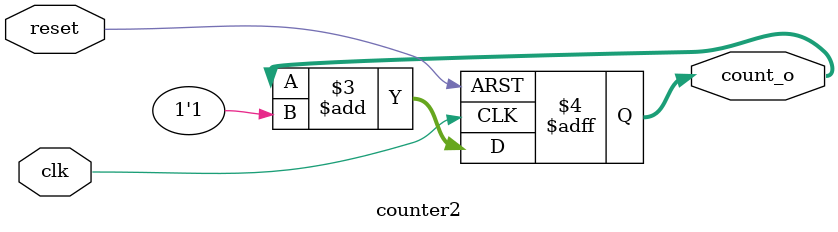
<source format=v>
`timescale 1ns / 1ps

module counter2(clk, reset, count_o);
    input clk, reset;
    output [1:0] count_o;
    reg [1:0] count_o;
    
    always @ (posedge clk or negedge reset) begin
        if (reset == 1'b0) begin
            count_o = 2'b00;
        end else begin
            count_o = count_o + 1'b1;
        end
    end
endmodule
</source>
